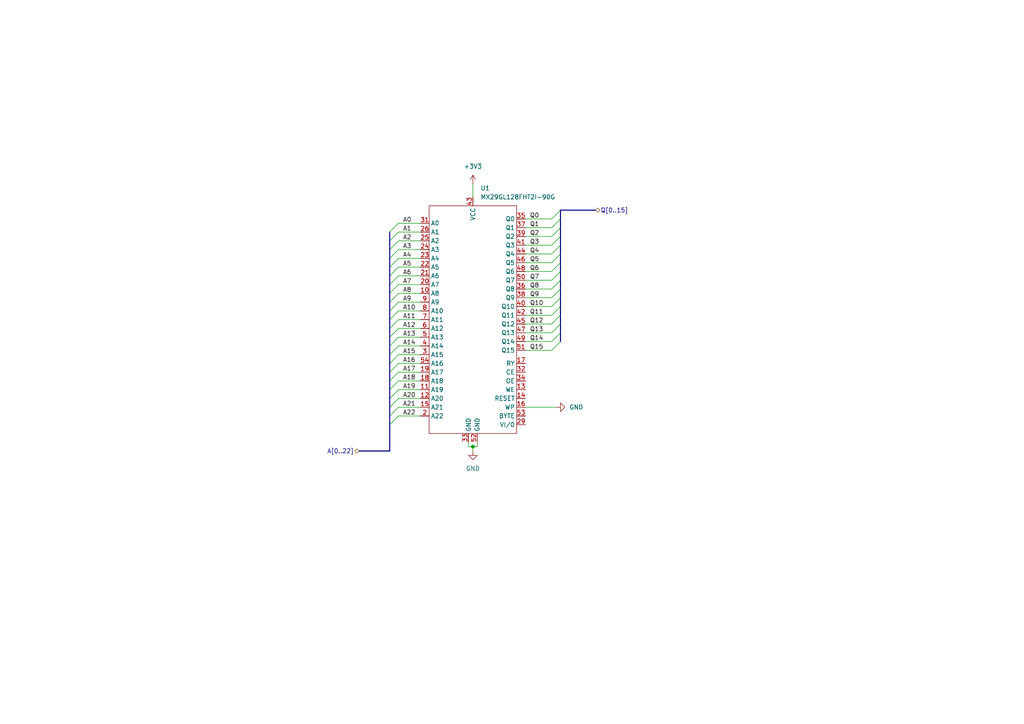
<source format=kicad_sch>
(kicad_sch (version 20230121) (generator eeschema)
  (paper "A4")
  (lib_symbols
    (symbol "power:+3V3" (power) (pin_names (offset 0))
      (property "Value" "+3V3" (at 0 3.556 0))
      (symbol "+3V3_0_1"
        (polyline (pts (xy -0.762 1.27) (xy 0 2.54)))
        (polyline (pts (xy 0 0) (xy 0 2.54)))
        (polyline (pts (xy 0 2.54) (xy 0.762 1.27)))
      )
      (symbol "+3V3_1_1"
        (pin power_in line (at 0 0 90) (length 0) hide (name "+3V3") (number "1"))
      )
    )
    (symbol "power:GND" (power) (pin_names (offset 0))
      (property "Value" "GND" (at 0 -3.81 0))
      (symbol "GND_0_1"
        (polyline (pts (xy 0 0) (xy 0 -1.27) (xy 1.27 -1.27) (xy 0 -2.54) (xy -1.27 -1.27) (xy 0 -1.27)))
      )
      (symbol "GND_1_1"
        (pin power_in line (at 0 0 270) (length 0) hide (name "GND") (number "1"))
      )
    )
    (symbol "reader_flash:MX29GL128FHT2I-90G"
      (property "Reference" "U" (at 2.54 35.56 0))
      (property "Value" "MX29GL128FHT2I-90G" (at 0 0 0))
      (symbol "MX29GL128FHT2I-90G_0_1"
        (rectangle (start -12.7 33.02) (end 12.7 -33.02))
      )
      (symbol "MX29GL128FHT2I-90G_1_1"
        (pin no_connect line (at 0 -35.56 90) (length 2.54) hide (name "NC") (number "1"))
        (pin input line (at -15.24 7.62 0) (length 2.54) (name "A8") (number "10"))
        (pin input line (at -15.24 -20.32 0) (length 2.54) (name "A19") (number "11"))
        (pin input line (at -15.24 -22.86 0) (length 2.54) (name "A20") (number "12"))
        (pin input line (at 15.24 -20.32 180) (length 2.54) (name "WE") (number "13"))
        (pin input line (at 15.24 -22.86 180) (length 2.54) (name "RESET") (number "14"))
        (pin input line (at -15.24 -25.4 0) (length 2.54) (name "A21") (number "15"))
        (pin input line (at 15.24 -25.4 180) (length 2.54) (name "WP") (number "16"))
        (pin output line (at 15.24 -12.7 180) (length 2.54) (name "RY") (number "17"))
        (pin input line (at -15.24 -17.78 0) (length 2.54) (name "A18") (number "18"))
        (pin input line (at -15.24 -15.24 0) (length 2.54) (name "A17") (number "19"))
        (pin input line (at -15.24 -27.94 0) (length 2.54) (name "A22") (number "2"))
        (pin input line (at -15.24 10.16 0) (length 2.54) (name "A7") (number "20"))
        (pin input line (at -15.24 12.7 0) (length 2.54) (name "A6") (number "21"))
        (pin input line (at -15.24 15.24 0) (length 2.54) (name "A5") (number "22"))
        (pin input line (at -15.24 17.78 0) (length 2.54) (name "A4") (number "23"))
        (pin input line (at -15.24 20.32 0) (length 2.54) (name "A3") (number "24"))
        (pin input line (at -15.24 22.86 0) (length 2.54) (name "A2") (number "25"))
        (pin input line (at -15.24 25.4 0) (length 2.54) (name "A1") (number "26"))
        (pin no_connect line (at 0 -35.56 90) (length 2.54) hide (name "NC") (number "27"))
        (pin no_connect line (at 0 -35.56 90) (length 2.54) hide (name "NC") (number "28"))
        (pin input line (at 15.24 -30.48 180) (length 2.54) (name "VI/0") (number "29"))
        (pin input line (at -15.24 -10.16 0) (length 2.54) (name "A15") (number "3"))
        (pin no_connect line (at 0 -35.56 90) (length 2.54) hide (name "NC") (number "30"))
        (pin input line (at -15.24 27.94 0) (length 2.54) (name "A0") (number "31"))
        (pin input line (at 15.24 -15.24 180) (length 2.54) (name "CE") (number "32"))
        (pin input line (at -1.27 -35.56 90) (length 2.54) (name "GND") (number "33"))
        (pin input line (at 15.24 -17.78 180) (length 2.54) (name "OE") (number "34"))
        (pin bidirectional line (at 15.24 29.21 180) (length 2.54) (name "Q0") (number "35"))
        (pin bidirectional line (at 15.24 8.89 180) (length 2.54) (name "Q8") (number "36"))
        (pin bidirectional line (at 15.24 26.67 180) (length 2.54) (name "Q1") (number "37"))
        (pin bidirectional line (at 15.24 6.35 180) (length 2.54) (name "Q9") (number "38"))
        (pin bidirectional line (at 15.24 24.13 180) (length 2.54) (name "Q2") (number "39"))
        (pin input line (at -15.24 -7.62 0) (length 2.54) (name "A14") (number "4"))
        (pin bidirectional line (at 15.24 3.81 180) (length 2.54) (name "Q10") (number "40"))
        (pin bidirectional line (at 15.24 21.59 180) (length 2.54) (name "Q3") (number "41"))
        (pin bidirectional line (at 15.24 1.27 180) (length 2.54) (name "Q11") (number "42"))
        (pin input line (at 0 35.56 270) (length 2.54) (name "VCC") (number "43"))
        (pin bidirectional line (at 15.24 19.05 180) (length 2.54) (name "Q4") (number "44"))
        (pin bidirectional line (at 15.24 -1.27 180) (length 2.54) (name "Q12") (number "45"))
        (pin bidirectional line (at 15.24 16.51 180) (length 2.54) (name "Q5") (number "46"))
        (pin bidirectional line (at 15.24 -3.81 180) (length 2.54) (name "Q13") (number "47"))
        (pin bidirectional line (at 15.24 13.97 180) (length 2.54) (name "Q6") (number "48"))
        (pin bidirectional line (at 15.24 -6.35 180) (length 2.54) (name "Q14") (number "49"))
        (pin input line (at -15.24 -5.08 0) (length 2.54) (name "A13") (number "5"))
        (pin bidirectional line (at 15.24 11.43 180) (length 2.54) (name "Q7") (number "50"))
        (pin bidirectional line (at 15.24 -8.89 180) (length 2.54) (name "Q15") (number "51"))
        (pin input line (at 1.27 -35.56 90) (length 2.54) (name "GND") (number "52"))
        (pin input line (at 15.24 -27.94 180) (length 2.54) (name "BYTE") (number "53"))
        (pin input line (at -15.24 -12.7 0) (length 2.54) (name "A16") (number "54"))
        (pin no_connect line (at 0 -35.56 90) (length 2.54) hide (name "NC") (number "55"))
        (pin no_connect line (at 0 -35.56 90) (length 2.54) hide (name "NC") (number "56"))
        (pin input line (at -15.24 -2.54 0) (length 2.54) (name "A12") (number "6"))
        (pin input line (at -15.24 0 0) (length 2.54) (name "A11") (number "7"))
        (pin input line (at -15.24 2.54 0) (length 2.54) (name "A10") (number "8"))
        (pin input line (at -15.24 5.08 0) (length 2.54) (name "A9") (number "9"))
      )
    )
  )
  (junction (at 137.16 129.54))
  (bus_entry (at 113.03 77.47) (size 2.54 -2.54))
  (bus_entry (at 113.03 110.49) (size 2.54 -2.54))
  (bus_entry (at 113.03 85.09) (size 2.54 -2.54))
  (bus_entry (at 113.03 115.57) (size 2.54 -2.54))
  (bus_entry (at 160.02 71.12) (size 2.54 -2.54))
  (bus_entry (at 160.02 81.28) (size 2.54 -2.54))
  (bus_entry (at 113.03 107.95) (size 2.54 -2.54))
  (bus_entry (at 160.02 78.74) (size 2.54 -2.54))
  (bus_entry (at 113.03 100.33) (size 2.54 -2.54))
  (bus_entry (at 113.03 97.79) (size 2.54 -2.54))
  (bus_entry (at 113.03 118.11) (size 2.54 -2.54))
  (bus_entry (at 160.02 86.36) (size 2.54 -2.54))
  (bus_entry (at 113.03 90.17) (size 2.54 -2.54))
  (bus_entry (at 160.02 68.58) (size 2.54 -2.54))
  (bus_entry (at 160.02 83.82) (size 2.54 -2.54))
  (bus_entry (at 113.03 74.93) (size 2.54 -2.54))
  (bus_entry (at 160.02 73.66) (size 2.54 -2.54))
  (bus_entry (at 113.03 102.87) (size 2.54 -2.54))
  (bus_entry (at 113.03 92.71) (size 2.54 -2.54))
  (bus_entry (at 113.03 72.39) (size 2.54 -2.54))
  (bus_entry (at 113.03 113.03) (size 2.54 -2.54))
  (bus_entry (at 113.03 82.55) (size 2.54 -2.54))
  (bus_entry (at 113.03 69.85) (size 2.54 -2.54))
  (bus_entry (at 160.02 93.98) (size 2.54 -2.54))
  (bus_entry (at 113.03 120.65) (size 2.54 -2.54))
  (bus_entry (at 113.03 67.31) (size 2.54 -2.54))
  (bus_entry (at 160.02 96.52) (size 2.54 -2.54))
  (bus_entry (at 113.03 87.63) (size 2.54 -2.54))
  (bus_entry (at 113.03 80.01) (size 2.54 -2.54))
  (bus_entry (at 160.02 66.04) (size 2.54 -2.54))
  (bus_entry (at 113.03 95.25) (size 2.54 -2.54))
  (bus_entry (at 113.03 105.41) (size 2.54 -2.54))
  (bus_entry (at 160.02 63.5) (size 2.54 -2.54))
  (bus_entry (at 113.03 123.19) (size 2.54 -2.54))
  (bus_entry (at 160.02 99.06) (size 2.54 -2.54))
  (bus_entry (at 160.02 76.2) (size 2.54 -2.54))
  (bus_entry (at 160.02 88.9) (size 2.54 -2.54))
  (bus_entry (at 160.02 91.44) (size 2.54 -2.54))
  (bus_entry (at 160.02 101.6) (size 2.54 -2.54))
  (wire (pts (xy 115.57 113.03) (xy 121.92 113.03)))
  (bus (pts (xy 162.56 63.5) (xy 162.56 60.96)))
  (bus (pts (xy 162.56 68.58) (xy 162.56 66.04)))
  (bus (pts (xy 113.03 85.09) (xy 113.03 87.63)))
  (bus (pts (xy 113.03 107.95) (xy 113.03 110.49)))
  (wire (pts (xy 115.57 69.85) (xy 121.92 69.85)))
  (wire (pts (xy 135.89 129.54) (xy 135.89 128.27)))
  (bus (pts (xy 162.56 83.82) (xy 162.56 81.28)))
  (bus (pts (xy 113.03 72.39) (xy 113.03 74.93)))
  (wire (pts (xy 152.4 68.58) (xy 160.02 68.58)))
  (bus (pts (xy 113.03 113.03) (xy 113.03 115.57)))
  (bus (pts (xy 162.56 81.28) (xy 162.56 78.74)))
  (bus (pts (xy 113.03 80.01) (xy 113.03 82.55)))
  (wire (pts (xy 115.57 82.55) (xy 121.92 82.55)))
  (bus (pts (xy 113.03 120.65) (xy 113.03 123.19)))
  (bus (pts (xy 162.56 76.2) (xy 162.56 73.66)))
  (wire (pts (xy 115.57 87.63) (xy 121.92 87.63)))
  (bus (pts (xy 162.56 86.36) (xy 162.56 83.82)))
  (bus (pts (xy 113.03 95.25) (xy 113.03 97.79)))
  (wire (pts (xy 152.4 101.6) (xy 160.02 101.6)))
  (wire (pts (xy 115.57 118.11) (xy 121.92 118.11)))
  (wire (pts (xy 152.4 71.12) (xy 160.02 71.12)))
  (wire (pts (xy 115.57 80.01) (xy 121.92 80.01)))
  (bus (pts (xy 162.56 78.74) (xy 162.56 76.2)))
  (wire (pts (xy 115.57 72.39) (xy 121.92 72.39)))
  (wire (pts (xy 115.57 115.57) (xy 121.92 115.57)))
  (wire (pts (xy 115.57 77.47) (xy 121.92 77.47)))
  (wire (pts (xy 115.57 100.33) (xy 121.92 100.33)))
  (wire (pts (xy 152.4 96.52) (xy 160.02 96.52)))
  (wire (pts (xy 152.4 91.44) (xy 160.02 91.44)))
  (bus (pts (xy 113.03 100.33) (xy 113.03 102.87)))
  (wire (pts (xy 152.4 78.74) (xy 160.02 78.74)))
  (wire (pts (xy 152.4 118.11) (xy 161.29 118.11)))
  (wire (pts (xy 115.57 64.77) (xy 121.92 64.77)))
  (wire (pts (xy 137.16 53.34) (xy 137.16 57.15)))
  (wire (pts (xy 115.57 105.41) (xy 121.92 105.41)))
  (wire (pts (xy 115.57 92.71) (xy 121.92 92.71)))
  (bus (pts (xy 113.03 123.19) (xy 113.03 130.81)))
  (bus (pts (xy 113.03 90.17) (xy 113.03 92.71)))
  (wire (pts (xy 115.57 85.09) (xy 121.92 85.09)))
  (wire (pts (xy 138.43 129.54) (xy 138.43 128.27)))
  (bus (pts (xy 113.03 67.31) (xy 113.03 69.85)))
  (wire (pts (xy 152.4 99.06) (xy 160.02 99.06)))
  (wire (pts (xy 115.57 67.31) (xy 121.92 67.31)))
  (bus (pts (xy 113.03 97.79) (xy 113.03 100.33)))
  (bus (pts (xy 113.03 87.63) (xy 113.03 90.17)))
  (bus (pts (xy 162.56 99.06) (xy 162.56 96.52)))
  (bus (pts (xy 162.56 88.9) (xy 162.56 86.36)))
  (wire (pts (xy 115.57 97.79) (xy 121.92 97.79)))
  (wire (pts (xy 152.4 76.2) (xy 160.02 76.2)))
  (wire (pts (xy 152.4 81.28) (xy 160.02 81.28)))
  (wire (pts (xy 115.57 110.49) (xy 121.92 110.49)))
  (bus (pts (xy 113.03 110.49) (xy 113.03 113.03)))
  (bus (pts (xy 113.03 69.85) (xy 113.03 72.39)))
  (bus (pts (xy 162.56 60.96) (xy 172.72 60.96)))
  (wire (pts (xy 152.4 88.9) (xy 160.02 88.9)))
  (bus (pts (xy 113.03 92.71) (xy 113.03 95.25)))
  (bus (pts (xy 104.14 130.81) (xy 113.03 130.81)))
  (bus (pts (xy 162.56 71.12) (xy 162.56 68.58)))
  (bus (pts (xy 113.03 105.41) (xy 113.03 107.95)))
  (wire (pts (xy 137.16 129.54) (xy 137.16 130.81)))
  (bus (pts (xy 113.03 115.57) (xy 113.03 118.11)))
  (wire (pts (xy 115.57 95.25) (xy 121.92 95.25)))
  (wire (pts (xy 152.4 73.66) (xy 160.02 73.66)))
  (wire (pts (xy 115.57 102.87) (xy 121.92 102.87)))
  (wire (pts (xy 152.4 66.04) (xy 160.02 66.04)))
  (bus (pts (xy 162.56 93.98) (xy 162.56 91.44)))
  (wire (pts (xy 152.4 83.82) (xy 160.02 83.82)))
  (wire (pts (xy 152.4 86.36) (xy 160.02 86.36)))
  (wire (pts (xy 115.57 107.95) (xy 121.92 107.95)))
  (wire (pts (xy 115.57 120.65) (xy 121.92 120.65)))
  (bus (pts (xy 162.56 96.52) (xy 162.56 93.98)))
  (bus (pts (xy 113.03 102.87) (xy 113.03 105.41)))
  (wire (pts (xy 115.57 74.93) (xy 121.92 74.93)))
  (bus (pts (xy 113.03 82.55) (xy 113.03 85.09)))
  (wire (pts (xy 152.4 63.5) (xy 160.02 63.5)))
  (wire (pts (xy 135.89 129.54) (xy 137.16 129.54)))
  (wire (pts (xy 152.4 93.98) (xy 160.02 93.98)))
  (wire (pts (xy 115.57 90.17) (xy 121.92 90.17)))
  (bus (pts (xy 162.56 66.04) (xy 162.56 63.5)))
  (bus (pts (xy 162.56 73.66) (xy 162.56 71.12)))
  (wire (pts (xy 137.16 129.54) (xy 138.43 129.54)))
  (bus (pts (xy 162.56 91.44) (xy 162.56 88.9)))
  (bus (pts (xy 113.03 74.93) (xy 113.03 77.47)))
  (bus (pts (xy 113.03 77.47) (xy 113.03 80.01)))
  (bus (pts (xy 113.03 118.11) (xy 113.03 120.65)))
  (label "A1" (at 116.84 67.31 0))
  (label "Q2" (at 153.67 68.58 0))
  (label "Q11" (at 153.67 91.44 0))
  (label "Q4" (at 153.67 73.66 0))
  (label "A18" (at 116.84 110.49 0))
  (label "Q5" (at 153.67 76.2 0))
  (label "Q0" (at 153.67 63.5 0))
  (label "A10" (at 116.84 90.17 0))
  (label "A15" (at 116.84 102.87 0))
  (label "A17" (at 116.84 107.95 0))
  (label "A14" (at 116.84 100.33 0))
  (label "A7" (at 116.84 82.55 0))
  (label "A0" (at 116.84 64.77 0))
  (label "A8" (at 116.84 85.09 0))
  (label "A13" (at 116.84 97.79 0))
  (label "A3" (at 116.84 72.39 0))
  (label "Q10" (at 153.67 88.9 0))
  (label "Q8" (at 153.67 83.82 0))
  (label "A9" (at 116.84 87.63 0))
  (label "Q14" (at 153.67 99.06 0))
  (label "A21" (at 116.84 118.11 0))
  (label "A19" (at 116.84 113.03 0))
  (label "A6" (at 116.84 80.01 0))
  (label "Q6" (at 153.67 78.74 0))
  (label "A22" (at 116.84 120.65 0))
  (label "Q9" (at 153.67 86.36 0))
  (label "Q7" (at 153.67 81.28 0))
  (label "A11" (at 116.84 92.71 0))
  (label "A4" (at 116.84 74.93 0))
  (label "Q3" (at 153.67 71.12 0))
  (label "A2" (at 116.84 69.85 0))
  (label "Q12" (at 153.67 93.98 0))
  (label "Q15" (at 153.67 101.6 0))
  (label "A5" (at 116.84 77.47 0))
  (label "A20" (at 116.84 115.57 0))
  (label "Q1" (at 153.67 66.04 0))
  (label "A12" (at 116.84 95.25 0))
  (label "Q13" (at 153.67 96.52 0))
  (label "A16" (at 116.84 105.41 0))
  (hierarchical_label "Q[0..15]" (shape bidirectional) (at 172.72 60.96 0))
  (hierarchical_label "A[0..22]" (shape bidirectional) (at 104.14 130.81 180))
  (symbol (lib_id "reader_flash:MX29GL128FHT2I-90G") (at 137.16 92.71 0) (unit 1)
    (property "Reference" "U1" (at 139.3541 54.61 0) (effects (justify left)))
    (property "Value" "MX29GL128FHT2I-90G" (at 139.3541 57.15 0) (effects (justify left)))
    (property "Footprint" "Package_SO:TSOP-I-56_18.4x14mm_P0.5mm" (effects hide))
    (property "Datasheet" "https://www.macronix.com/Lists/Datasheet/Attachments/8532/MX29GL128F,%203V,%20128Mb,%20v1.5.pdf" (effects hide))
  )
  (symbol (lib_id "power:GND") (at 137.16 130.81 0) (unit 1)
    (property "Reference" "#PWR04" (effects hide))
    (property "Value" "GND" (at 137.16 135.89 0))
  )
  (symbol (lib_id "power:GND") (at 161.29 118.11 90) (unit 1)
    (property "Reference" "#PWR06" (effects hide))
    (property "Value" "GND" (at 165.1 118.11 90) (effects (justify right)))
  )
  (symbol (lib_id "power:+3V3") (at 137.16 53.34 0) (unit 1)
    (property "Reference" "#PWR05" (effects hide))
    (property "Value" "+3V3" (at 137.16 48.26 0))
  )
)
</source>
